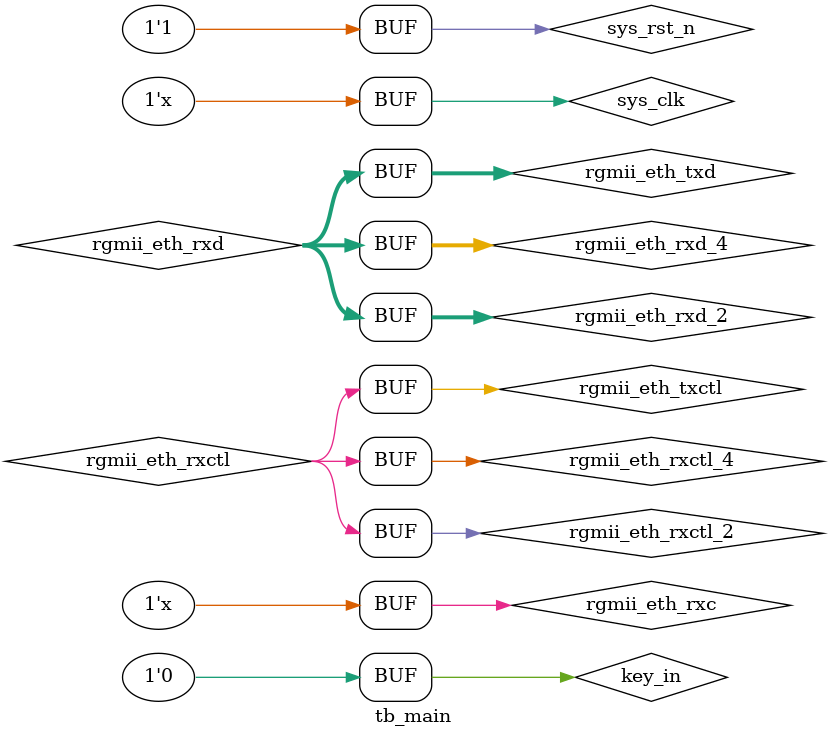
<source format=v>
`timescale 1ns/1ns
module tb_main();
GSR GSR(.GSRI(1'b1));

reg             sys_clk;
reg             sys_rst_n;
reg		         key_in;

reg             rgmii_eth_rxc;
wire            rgmii_eth_rxctl;
wire[3:0]       rgmii_eth_rxd;
wire            rgmii_eth_rxctl_2;
wire[3:0]       rgmii_eth_rxd_2;
wire            rgmii_eth_rxctl_4;
wire[3:0]       rgmii_eth_rxd_4;
wire            rgmii_eth_txc;
wire            rgmii_eth_txctl;
wire[3:0]       rgmii_eth_txd;

assign #2 rgmii_eth_rxd_2 = rgmii_eth_txd;
assign #2 rgmii_eth_rxctl_2 = rgmii_eth_txctl;
assign #2 rgmii_eth_rxd_4 = rgmii_eth_rxd_2;
assign #2 rgmii_eth_rxctl_4 = rgmii_eth_rxctl_2;
assign #2 rgmii_eth_rxd = rgmii_eth_rxd_4;
assign #2 rgmii_eth_rxctl = rgmii_eth_rxctl_4;
initial begin
    sys_clk = 1;
    rgmii_eth_rxc = 1;
    sys_rst_n <= 0;
    key_in <= 0;
    #400;
    #8;
    sys_rst_n <= 1;
    key_in <= 1;
    #8;
    key_in <= 0;
end

always #10 sys_clk = ~sys_clk;

always #4 rgmii_eth_rxc = ~rgmii_eth_rxc;
    

main main_init
(
    .sys_clk        (sys_clk),
    .sys_rst_n      (sys_rst_n),
    .key_in         (key_in),

    .rgmii_eth_txc  (rgmii_eth_txc),
    .rgmii_eth_txctl(rgmii_eth_txctl),
    .rgmii_eth_txd  (rgmii_eth_txd),

    .rgmii_eth_rxc  (rgmii_eth_rxc),
    .rgmii_eth_rxd  (rgmii_eth_rxd),
    .rgmii_eth_rxctl(rgmii_eth_rxctl)
);

endmodule
</source>
